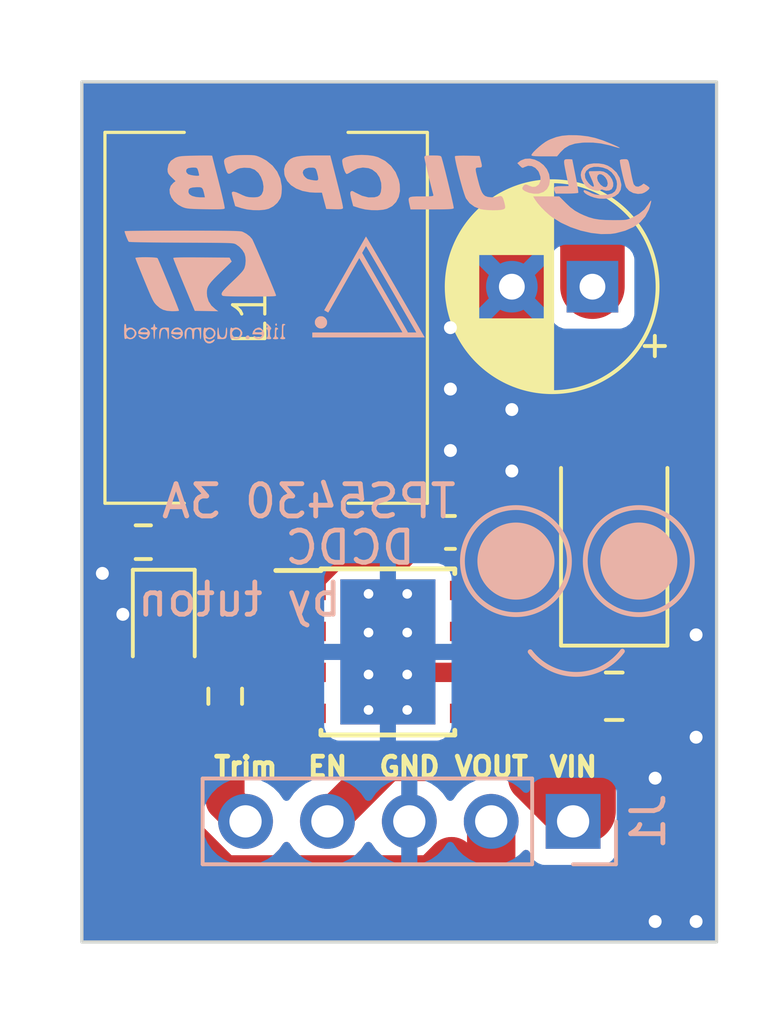
<source format=kicad_pcb>
(kicad_pcb (version 20221018) (generator pcbnew)
  (layers (0 "F.Cu" signal) (31 "B.Cu" signal) (34 "B.Paste" user) (35 "F.Paste" user) (36 "B.SilkS" user "B.Silkscreen") (37 "F.SilkS" user "F.Silkscreen") (38 "B.Mask" user) (39 "F.Mask" user) (44 "Edge.Cuts" user))
  (net 0 "")
  (net 1 "VDD")
  (net 2 "GND")
  (net 3 "Net-(U1-BOOT)")
  (net 4 "Net-(D1-K)")
  (net 5 "VOUT")
  (net 6 "Net-(D2-K)")
  (net 7 "EN")
  (net 10 "Trim")
  (footprint "Diode_SMD:D_SMA" (layer "F.Cu") (at 119.38 69.215 90)
    (fp_text reference "D1" hide)
    (fp_text value "SS34" hide)
    (pad "1" smd roundrect (at -2 0 90) (size 2.5 1.8) (layers "F.Cu" "F.Paste" "F.Mask") (roundrect_rratio 0.1388888889) (net 4 "Net-(D1-K)"))
    (pad "2" smd roundrect (at 2 0 90) (size 2.5 1.8) (layers "F.Cu" "F.Paste" "F.Mask") (roundrect_rratio 0.1388888889) (net 2 "GND"))
  )
  (footprint "Package_SO:TI_SO-PowerPAD-8_ThermalVias" (layer "F.Cu") (at 112.36 72.92)
    (fp_text reference "U1" hide)
    (fp_text value "TPS5430DDA" hide)
    (pad "1" smd rect (at -2.7 -1.905) (size 1.55 0.6) (layers "F.Cu" "F.Paste" "F.Mask") (net 3 "Net-(U1-BOOT)"))
    (pad "2" smd rect (at -2.7 -0.635) (size 1.55 0.6) (layers "F.Cu" "F.Paste" "F.Mask"))
    (pad "3" smd rect (at -2.7 0.635) (size 1.55 0.6) (layers "F.Cu" "F.Paste" "F.Mask"))
    (pad "4" smd rect (at -2.7 1.905) (size 1.55 0.6) (layers "F.Cu" "F.Paste" "F.Mask") (net 10 "Trim"))
    (pad "5" smd rect (at 2.7 1.905) (size 1.55 0.6) (layers "F.Cu" "F.Paste" "F.Mask") (net 7 "EN"))
    (pad "6" smd rect (at 2.7 0.635) (size 1.55 0.6) (layers "F.Cu" "F.Paste" "F.Mask") (net 2 "GND"))
    (pad "7" smd rect (at 2.7 -0.635) (size 1.55 0.6) (layers "F.Cu" "F.Paste" "F.Mask") (net 1 "VDD"))
    (pad "8" smd rect (at 2.7 -1.905) (size 1.55 0.6) (layers "F.Cu" "F.Paste" "F.Mask") (net 4 "Net-(D1-K)"))
    (pad "9" thru_hole circle (at -0.6 -1.8) (size 0.6 0.6) (drill 0.3) (layers "*.Cu") (net 2 "GND"))
    (pad "9" thru_hole circle (at -0.6 -0.6) (size 0.6 0.6) (drill 0.3) (layers "*.Cu") (net 2 "GND"))
    (pad "9" thru_hole circle (at -0.6 0.7) (size 0.6 0.6) (drill 0.3) (layers "*.Cu") (net 2 "GND"))
    (pad "9" thru_hole circle (at -0.6 1.8) (size 0.6 0.6) (drill 0.3) (layers "*.Cu") (net 2 "GND"))
    (pad "9" smd rect (at 0 0) (size 2.6 3.1) (layers "F.Cu" "F.Paste" "F.Mask") (net 2 "GND"))
    (pad "9" smd rect (at 0 0) (size 2.95 4.5) (layers "F.Cu") (net 2 "GND"))
    (pad "9" smd rect (at 0 0) (size 2.95 4.5) (layers "B.Cu") (net 2 "GND"))
    (pad "9" thru_hole circle (at 0.6 -1.8) (size 0.6 0.6) (drill 0.3) (layers "*.Cu") (net 2 "GND"))
    (pad "9" thru_hole circle (at 0.6 -0.6) (size 0.6 0.6) (drill 0.3) (layers "*.Cu") (net 2 "GND"))
    (pad "9" thru_hole circle (at 0.6 0.7) (size 0.6 0.6) (drill 0.3) (layers "*.Cu") (net 2 "GND"))
    (pad "9" thru_hole circle (at 0.6 1.8) (size 0.6 0.6) (drill 0.3) (layers "*.Cu") (net 2 "GND"))
  )
  (footprint "Capacitor_SMD:C_0805_2012Metric" (layer "F.Cu") (at 119.38 74.295)
    (fp_text reference "C1" hide)
    (fp_text value "10u" hide)
    (pad "1" smd roundrect (at -0.95 0) (size 1 1.45) (layers "F.Cu" "F.Paste" "F.Mask") (net 1 "VDD"))
    (pad "2" smd roundrect (at 0.95 0) (size 1 1.45) (layers "F.Cu" "F.Paste" "F.Mask") (net 2 "GND"))
  )
  (footprint "Resistor_SMD:R_0603_1608Metric" (layer "F.Cu") (at 107.315 74.295 -90)
    (fp_text reference "R1" hide)
    (fp_text value "10k" hide)
    (pad "1" smd roundrect (at -0.825 0 270) (size 0.8 0.95) (layers "F.Cu" "F.Paste" "F.Mask") (net 5 "VOUT"))
    (pad "2" smd roundrect (at 0.825 0 270) (size 0.8 0.95) (layers "F.Cu" "F.Paste" "F.Mask") (net 10 "Trim"))
  )
  (footprint "Capacitor_SMD:C_0603_1608Metric" (layer "F.Cu") (at 114.3 69.215)
    (fp_text reference "C2" hide)
    (fp_text value "0.01u" hide)
    (pad "1" smd roundrect (at -0.775 0) (size 0.9 0.95) (layers "F.Cu" "F.Paste" "F.Mask") (net 3 "Net-(U1-BOOT)"))
    (pad "2" smd roundrect (at 0.775 0) (size 0.9 0.95) (layers "F.Cu" "F.Paste" "F.Mask") (net 4 "Net-(D1-K)"))
  )
  (footprint "LED_SMD:LED_0805_2012Metric" (layer "F.Cu") (at 105.41 72.0575 -90)
    (fp_text reference "D2" hide)
    (fp_text value "LED_green" hide)
    (pad "1" smd roundrect (at -0.9375 0 270) (size 0.975 1.4) (layers "F.Cu" "F.Paste" "F.Mask") (net 6 "Net-(D2-K)"))
    (pad "2" smd roundrect (at 0.9375 0 270) (size 0.975 1.4) (layers "F.Cu" "F.Paste" "F.Mask") (net 5 "VOUT"))
  )
  (footprint "Resistor_SMD:R_0603_1608Metric" (layer "F.Cu") (at 104.775 69.5175 180)
    (fp_text reference "R2" hide)
    (fp_text value "470" hide)
    (pad "1" smd roundrect (at -0.825 0 180) (size 0.8 0.95) (layers "F.Cu" "F.Paste" "F.Mask") (net 6 "Net-(D2-K)"))
    (pad "2" smd roundrect (at 0.825 0 180) (size 0.8 0.95) (layers "F.Cu" "F.Paste" "F.Mask") (net 2 "GND"))
  )
  (footprint "LCSC:FXL1040-220-M" (layer "F.Cu") (at 108.585 62.56 90)
    (fp_text reference "L1" (at 0 -0.5 90 unlocked) (layer "F.SilkS") (effects (font (thickness 0.1))))
    (fp_text value "22u")
    (pad "1" smd roundrect (at 4.75 0 90) (size 4.1 4.1) (layers "F.Cu" "F.Paste" "F.Mask") (net 4 "Net-(D1-K)"))
    (pad "2" smd roundrect (at -4.75 0 90) (size 4.1 4.1) (layers "F.Cu" "F.Paste" "F.Mask") (net 5 "VOUT"))
  )
  (footprint "Capacitor_THT:CP_Radial_D6.3mm_P2.50mm" (layer "F.Cu") (at 118.705 61.595 180)
    (fp_text reference "C3" hide)
    (fp_text value "220u" hide)
    (pad "1" thru_hole rect (at 0 0 180) (size 1.6 1.6) (drill 0.8) (layers "*.Cu" "*.Mask") (net 5 "VOUT"))
    (pad "2" thru_hole circle (at 2.5 0 180) (size 1.6 1.6) (drill 0.8) (layers "*.Cu" "*.Mask") (net 2 "GND"))
  )
  (footprint "logo:jlcpcb_logo" (layer "B.Cu") (at 113.03 58.42 180)
    (fp_text reference "G***" hide)
    (fp_text value "LOGO" hide)
  )
  (footprint "logo:st_logo" (layer "B.Cu") (at 106.68 61.595 180)
    (fp_text reference "G***" hide)
    (fp_text value "LOGO" hide)
  )
  (footprint "logo:tuton_logo_small" (layer "B.Cu") (at 111.76 61.595 180)
    (fp_text reference "G***" hide)
    (fp_text value "LOGO" hide)
  )
  (footprint "Connector_PinHeader_2.54mm:PinHeader_1x05_P2.54mm_Vertical" (layer "B.Cu") (at 118.105 78.175 90)
    (fp_text reference "J1" (at 0 2.33 90) (layer "B.SilkS") (effects (justify mirror)))
    (fp_text value "Conn_01x05")
    (pad "1" thru_hole rect (at 0 0 90) (size 1.7 1.7) (drill 1) (layers "*.Cu" "*.Mask") (net 1 "VDD"))
    (pad "2" thru_hole oval (at 0 -2.54 90) (size 1.7 1.7) (drill 1) (layers "*.Cu" "*.Mask") (net 5 "VOUT"))
    (pad "3" thru_hole oval (at 0 -5.08 90) (size 1.7 1.7) (drill 1) (layers "*.Cu" "*.Mask") (net 2 "GND"))
    (pad "4" thru_hole oval (at 0 -7.62 90) (size 1.7 1.7) (drill 1) (layers "*.Cu" "*.Mask") (net 7 "EN"))
    (pad "5" thru_hole oval (at 0 -10.16 90) (size 1.7 1.7) (drill 1) (layers "*.Cu" "*.Mask") (net 10 "Trim"))
  )
  (gr_circle (center 116.332 70.104) (end 117.452097 70.104) (stroke (width 0.15)) (fill solid) (layer "B.SilkS"))
  (gr_circle (center 120.142 70.104) (end 119.021903 71.328872) (stroke (width 0.15)) (fill none) (layer "B.SilkS"))
  (gr_arc (start 119.634 72.898) (mid 118.20811 73.616387) (end 116.773566 72.915441) (stroke (width 0.15)) (layer "B.SilkS"))
  (gr_circle (center 120.142 70.104) (end 121.262097 70.104) (stroke (width 0.15)) (fill solid) (layer "B.SilkS"))
  (gr_circle (center 116.332 70.104) (end 115.211903 71.328872) (stroke (width 0.15)) (fill none) (layer "B.SilkS"))
  (gr_rect (start 102.87 55.245) (end 122.555 81.915) (stroke (width 0.1)) (fill none) (layer "Edge.Cuts"))
  (gr_text "TPS5430 3A" (at 114.554 68.834) (layer "B.SilkS") (effects (font (size 1 1)) (justify left bottom mirror)))
  (gr_text "DCDC\n   by tuton" (at 113.284 71.882) (layer "B.SilkS") (effects (font (size 1 1)) (justify left bottom mirror)))
  (gr_text "EN" (at 110.49 76.835) (layer "F.SilkS") (effects (font (size 0.6 0.6)) (justify bottom)))
  (gr_text "VIN" (at 118.11 76.835) (layer "F.SilkS") (effects (font (size 0.6 0.6)) (justify bottom)))
  (gr_text "Trim\n" (at 107.95 76.835) (layer "F.SilkS") (effects (font (size 0.6 0.6)) (justify bottom)))
  (gr_text "VOUT" (at 115.57 76.835) (layer "F.SilkS") (effects (font (size 0.6 0.6)) (justify bottom)))
  (gr_text "GND\n" (at 113.03 76.835) (layer "F.SilkS") (effects (font (size 0.6 0.6)) (justify bottom)))
  (segment (start 117.855 77.85) (end 116.84 76.835) (width 1.5) (layer "F.Cu") (net 1))
  (segment (start 118.43 77.85) (end 118.105 78.175) (width 1.5) (layer "F.Cu") (net 1))
  (segment (start 115.06 72.285) (end 116.42 72.285) (width 1.5) (layer "F.Cu") (net 1))
  (segment (start 116.84 76.835) (end 116.84 72.705) (width 1.5) (layer "F.Cu") (net 1))
  (segment (start 116.42 72.285) (end 118.43 74.295) (width 1.5) (layer "F.Cu") (net 1))
  (segment (start 118.43 77.85) (end 117.855 77.85) (width 1.5) (layer "F.Cu") (net 1))
  (segment (start 116.84 72.705) (end 116.42 72.285) (width 1.5) (layer "F.Cu") (net 1))
  (segment (start 118.43 74.295) (end 118.43 77.85) (width 2) (layer "F.Cu") (net 1))
  (segment (start 114.935 64.77) (end 114.3 65.405) (width 2.5) (layer "F.Cu") (net 2))
  (segment (start 114.935 62.865) (end 114.3 62.865) (width 2.5) (layer "F.Cu") (net 2))
  (segment (start 116.06 67.165) (end 116.205 67.31) (width 2.5) (layer "F.Cu") (net 2))
  (segment (start 103.95 69.5175) (end 103.95 70.04) (width 0.8) (layer "F.Cu") (net 2))
  (segment (start 114.3 66.04) (end 114.3 66.675) (width 2.5) (layer "F.Cu") (net 2))
  (segment (start 114.3 66.04) (end 117.855 66.04) (width 2.5) (layer "F.Cu") (net 2))
  (segment (start 114.935 64.77) (end 114.935 64.77) (width 2.5) (layer "F.Cu") (net 2))
  (segment (start 116.35 67.165) (end 119.03 67.165) (width 2.5) (layer "F.Cu") (net 2))
  (segment (start 119.03 67.215) (end 117.855 66.04) (width 2.5) (layer "F.Cu") (net 2))
  (segment (start 115.06 73.555) (end 113.025 73.555) (width 0.6) (layer "F.Cu") (net 2))
  (segment (start 114.3 64.135) (end 114.3 64.135) (width 2.5) (layer "F.Cu") (net 2))
  (segment (start 117.855 66.04) (end 116.205 64.39) (width 2.5) (layer "F.Cu") (net 2))
  (segment (start 114.79 67.165) (end 116.06 67.165) (width 2.5) (layer "F.Cu") (net 2))
  (segment (start 114.3 64.135) (end 114.3 64.77) (width 2.5) (layer "F.Cu") (net 2))
  (segment (start 116.205 67.31) (end 116.35 67.165) (width 2.5) (layer "F.Cu") (net 2))
  (segment (start 116.205 64.39) (end 116.205 61.595) (width 2.5) (layer "F.Cu") (net 2))
  (segment (start 114.3 66.675) (end 114.79 67.165) (width 2.5) (layer "F.Cu") (net 2))
  (segment (start 113.025 73.555) (end 112.96 73.62) (width 0.4) (layer "F.Cu") (net 2))
  (segment (start 114.3 64.77) (end 114.935 64.77) (width 2.5) (layer "F.Cu") (net 2))
  (segment (start 103.95 70.04) (end 103.505 70.485) (width 0.8) (layer "F.Cu") (net 2))
  (segment (start 119.03 67.165) (end 119.03 67.215) (width 2.5) (layer "F.Cu") (net 2))
  (segment (start 114.3 62.865) (end 114.3 64.135) (width 2.5) (layer "F.Cu") (net 2))
  (segment (start 114.3 65.405) (end 114.3 66.04) (width 2.5) (layer "F.Cu") (net 2))
  (via (at 116.205 65.405) (size 0.8) (drill 0.4) (layers "F.Cu" "B.Cu") (net 2))
  (via (at 121.92 81.28) (size 0.8) (drill 0.4) (layers "F.Cu" "B.Cu") (net 2))
  (via (at 114.3 66.675) (size 0.8) (drill 0.4) (layers "F.Cu" "B.Cu") (net 2))
  (via (at 114.3 62.865) (size 0.8) (drill 0.4) (layers "F.Cu" "B.Cu") (net 2))
  (via (at 120.65 76.835) (size 0.8) (drill 0.4) (layers "F.Cu" "B.Cu") (net 2))
  (via (at 103.505 70.485) (size 0.8) (drill 0.4) (layers "F.Cu" "B.Cu") (net 2))
  (via (at 121.92 75.565) (size 0.8) (drill 0.4) (layers "F.Cu" "B.Cu") (net 2))
  (via (at 116.205 67.31) (size 0.8) (drill 0.4) (layers "F.Cu" "B.Cu") (net 2))
  (via (at 121.92 72.39) (size 0.8) (drill 0.4) (layers "F.Cu" "B.Cu") (net 2))
  (via (at 114.3 64.77) (size 0.8) (drill 0.4) (layers "F.Cu" "B.Cu") (net 2))
  (via (at 120.65 81.28) (size 0.8) (drill 0.4) (layers "F.Cu" "B.Cu") (net 2))
  (via (at 104.14 71.755) (size 0.8) (drill 0.4) (layers "F.Cu" "B.Cu") (net 2))
  (segment (start 110.715 69.96) (end 109.66 71.015) (width 0.8) (layer "F.Cu") (net 3))
  (segment (start 112.78 69.96) (end 110.715 69.96) (width 0.8) (layer "F.Cu") (net 3))
  (segment (start 113.525 69.215) (end 112.78 69.96) (width 0.8) (layer "F.Cu") (net 3))
  (segment (start 115.075 70.72) (end 115.06 70.735) (width 1.2) (layer "F.Cu") (net 4))
  (segment (start 119.38 71.215) (end 118.9 70.735) (width 1.2) (layer "F.Cu") (net 4))
  (segment (start 109.855 57.785) (end 111.395 56.245) (width 2) (layer "F.Cu") (net 4))
  (segment (start 118.11 56.245) (end 121.48 59.615) (width 2) (layer "F.Cu") (net 4))
  (segment (start 111.395 56.245) (end 118.11 56.245) (width 2) (layer "F.Cu") (net 4))
  (segment (start 121.48 69.115) (end 119.38 71.215) (width 2) (layer "F.Cu") (net 4))
  (segment (start 118.9 70.735) (end 115.06 70.735) (width 1.2) (layer "F.Cu") (net 4))
  (segment (start 115.075 69.215) (end 115.075 70.72) (width 1.2) (layer "F.Cu") (net 4))
  (segment (start 109.855 57.81) (end 109.855 57.785) (width 2) (layer "F.Cu") (net 4))
  (segment (start 121.48 59.615) (end 121.48 69.115) (width 2) (layer "F.Cu") (net 4))
  (segment (start 109.855 67.31) (end 111.125 66.04) (width 0.4) (layer "F.Cu") (net 5))
  (segment (start 115.565 80.65) (end 115.05 81.165) (width 1.5) (layer "F.Cu") (net 5))
  (segment (start 105.41 77.832032) (end 105.765 78.187032) (width 1.5) (layer "F.Cu") (net 5))
  (segment (start 117.19873 58.445) (end 118.705 59.95127) (width 2) (layer "F.Cu") (net 5))
  (segment (start 105.765 78.187032) (end 105.765 78.540585) (width 1.5) (layer "F.Cu") (net 5))
  (segment (start 105.765 78.540585) (end 107.199415 79.975) (width 1.5) (layer "F.Cu") (net 5))
  (segment (start 109.22 61.06) (end 110.6525 61.06) (width 2) (layer "F.Cu") (net 5))
  (segment (start 107.315 73.47) (end 107.315 71.12) (width 1.5) (layer "F.Cu") (net 5))
  (segment (start 113.770585 79.975) (end 114.335293 79.410292) (width 1.5) (layer "F.Cu") (net 5))
  (segment (start 108.585 67.31) (end 105.41 67.31) (width 0.4) (layer "F.Cu") (net 5))
  (segment (start 115.565 78.175) (end 115.565 80.65) (width 1.5) (layer "F.Cu") (net 5))
  (segment (start 110.6525 61.06) (end 113.2675 58.445) (width 2) (layer "F.Cu") (net 5))
  (segment (start 107.315 71.12) (end 107.315 69.85) (width 1.5) (layer "F.Cu") (net 5))
  (segment (start 104.14 78.625) (end 104.14 74.265) (width 1.5) (layer "F.Cu") (net 5))
  (segment (start 107.315 69.85) (end 109.855 67.31) (width 1.5) (layer "F.Cu") (net 5))
  (segment (start 114.935001 80.01) (end 115.565 80.01) (width 1.5) (layer "F.Cu") (net 5))
  (segment (start 113.2675 58.445) (end 117.19873 58.445) (width 2) (layer "F.Cu") (net 5))
  (segment (start 108.585 67.31) (end 108.585 61.695) (width 2) (layer "F.Cu") (net 5))
  (segment (start 108.585 67.31) (end 109.855 67.31) (width 0.4) (layer "F.Cu") (net 5))
  (segment (start 108.585 67.31) (end 111.76 67.31) (width 0.4) (layer "F.Cu") (net 5))
  (segment (start 106.84 72.995) (end 107.315 73.47) (width 1.5) (layer "F.Cu") (net 5))
  (segment (start 106.109999 72.995) (end 107.315 71.789999) (width 1.5) (layer "F.Cu") (net 5))
  (segment (start 115.05 81.165) (end 106.68 81.165) (width 1.5) (layer "F.Cu") (net 5))
  (segment (start 107.315 71.789999) (end 107.315 71.12) (width 1.5) (layer "F.Cu") (net 5))
  (segment (start 105.41 72.995) (end 105.41 77.832032) (width 1.5) (layer "F.Cu") (net 5))
  (segment (start 107.199415 79.975) (end 113.770585 79.975) (width 1.5) (layer "F.Cu") (net 5))
  (segment (start 114.335293 79.410292) (end 114.935001 80.01) (width 1.5) (layer "F.Cu") (net 5))
  (segment (start 108.585 64.77) (end 111.125 62.23) (width 2) (layer "F.Cu") (net 5))
  (segment (start 107.315 67.31) (end 106.045 66.04) (width 0.4) (layer "F.Cu") (net 5))
  (segment (start 118.705 59.95127) (end 118.705 61.595) (width 2) (layer "F.Cu") (net 5))
  (segment (start 106.68 81.165) (end 104.14 78.625) (width 1.5) (layer "F.Cu") (net 5))
  (segment (start 108.585 61.695) (end 109.22 61.06) (width 2) (layer "F.Cu") (net 5))
  (segment (start 105.41 72.995) (end 106.109999 72.995) (width 1.5) (layer "F.Cu") (net 5))
  (segment (start 105.41 72.995) (end 106.84 72.995) (width 1.5) (layer "F.Cu") (net 5))
  (segment (start 108.585 67.31) (end 108.585 64.77) (width 2) (layer "F.Cu") (net 5))
  (segment (start 104.14 74.265) (end 105.41 72.995) (width 1.5) (layer "F.Cu") (net 5))
  (segment (start 105.41 69.7075) (end 105.6 69.5175) (width 1.2) (layer "F.Cu") (net 6))
  (segment (start 105.41 71.12) (end 105.41 69.7075) (width 1.2) (layer "F.Cu") (net 6))
  (segment (start 115.06 76.075) (end 115.06 74.825) (width 1.2) (layer "F.Cu") (net 7))
  (segment (start 110.485 78.175) (end 112.335 76.325) (width 1.2) (layer "F.Cu") (net 7))
  (segment (start 112.335 76.325) (end 114.81 76.325) (width 1.2) (layer "F.Cu") (net 7))
  (segment (start 114.81 76.325) (end 115.06 76.075) (width 1.2) (layer "F.Cu") (net 7))
  (segment (start 107.315 75.12) (end 107.315 77.545) (width 1.2) (layer "F.Cu") (net 10))
  (segment (start 109.66 74.825) (end 109.365 75.12) (width 1.2) (layer "F.Cu") (net 10))
  (segment (start 107.315 77.545) (end 107.945 78.175) (width 1.2) (layer "F.Cu") (net 10))
  (segment (start 109.365 75.12) (end 107.315 75.12) (width 1.2) (layer "F.Cu") (net 10))
  (zone (net 2) (net_name "GND") (layer "F.Cu") (priority 2) (connect_pads (clearance 0.5)) (min_thickness 0.25) (fill yes (thermal_gap 0.5) (thermal_bridge_width 0.5))
    (polygon (pts (xy 123.19 82.55) (xy 120.015 82.55) (xy 120.015 73.025) (xy 121.92 71.12) (xy 123.19 71.12)))
  )
  (zone (net 5) (net_name "VOUT") (layer "F.Cu") (connect_pads (clearance 0.5)) (min_thickness 0.25) (fill yes (thermal_gap 0.5) (thermal_bridge_width 0.5))
    (polygon (pts (xy 116.84 78.105) (xy 116.84 83.185) (xy 101.6 83.185) (xy 101.6 72.39) (xy 105.41 72.39) (xy 106.045 71.755) (xy 106.045 68.58) (xy 102.235 68.58) (xy 102.235 59.69) (xy 110.49 59.69) (xy 113.03 57.15) (xy 117.475 57.15) (xy 120.65 60.325) (xy 120.65 62.865) (xy 117.475 62.865) (xy 117.475 60.325) (xy 116.84 59.69) (xy 113.665 59.69) (xy 113.665 67.945) (xy 111.125 67.945) (xy 111.125 69.215) (xy 109.22 69.215) (xy 107.95 69.85) (xy 107.95 73.66) (xy 106.045 73.66) (xy 106.045 78.105)))
  )
  (zone (net 2) (net_name "GND") (layer "F.Cu") (priority 3) (connect_pads (clearance 0.5)) (min_thickness 0.25) (fill yes (thermal_gap 0.5) (thermal_bridge_width 0.5))
    (polygon (pts (xy 101.6 68.58) (xy 104.775 68.58) (xy 104.775 72.39) (xy 101.6 72.39)))
  )
  (zone (net 2) (net_name "GND") (layer "B.Cu") (priority 1) (connect_pads (clearance 0.5)) (min_thickness 0.25) (fill yes (thermal_gap 0.5) (thermal_bridge_width 0.5))
    (polygon (pts (xy 100.33 52.705) (xy 100.33 84.455) (xy 124.46 84.455) (xy 124.46 52.705)))
  )
)
</source>
